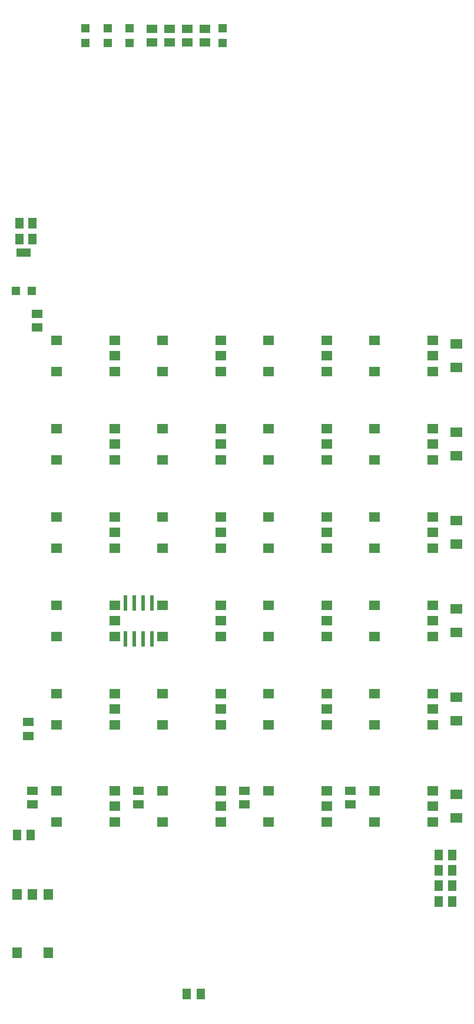
<source format=gtp>
G75*
%MOIN*%
%OFA0B0*%
%FSLAX25Y25*%
%IPPOS*%
%LPD*%
%AMOC8*
5,1,8,0,0,1.08239X$1,22.5*
%
%ADD10R,0.06299X0.05512*%
%ADD11R,0.07087X0.05512*%
%ADD12R,0.04724X0.04724*%
%ADD13R,0.05118X0.06299*%
%ADD14R,0.06299X0.05118*%
%ADD15R,0.02362X0.08661*%
%ADD16R,0.05512X0.06299*%
%ADD17R,0.05118X0.05118*%
%ADD18R,0.07874X0.05118*%
D10*
X0135393Y0110042D03*
X0135393Y0127758D03*
X0135393Y0165042D03*
X0135393Y0182758D03*
X0135393Y0215042D03*
X0135393Y0232758D03*
X0135393Y0265042D03*
X0135393Y0282758D03*
X0135393Y0315042D03*
X0135393Y0332758D03*
X0135393Y0365042D03*
X0135393Y0382758D03*
X0168464Y0382758D03*
X0168464Y0373900D03*
X0168464Y0365042D03*
X0168464Y0332758D03*
X0168464Y0323900D03*
X0168464Y0315042D03*
X0168464Y0282758D03*
X0168464Y0273900D03*
X0168464Y0265042D03*
X0168464Y0232758D03*
X0168464Y0223900D03*
X0168464Y0215042D03*
X0168464Y0182758D03*
X0168464Y0173900D03*
X0168464Y0165042D03*
X0168464Y0127758D03*
X0168464Y0118900D03*
X0168464Y0110042D03*
X0195393Y0110042D03*
X0195393Y0127758D03*
X0195393Y0165042D03*
X0195393Y0182758D03*
X0195393Y0215042D03*
X0195393Y0232758D03*
X0195393Y0265042D03*
X0195393Y0282758D03*
X0195393Y0315042D03*
X0195393Y0332758D03*
X0195393Y0365042D03*
X0195393Y0382758D03*
X0228464Y0382758D03*
X0228464Y0373900D03*
X0228464Y0365042D03*
X0228464Y0332758D03*
X0228464Y0323900D03*
X0228464Y0315042D03*
X0228464Y0282758D03*
X0228464Y0273900D03*
X0228464Y0265042D03*
X0228464Y0232758D03*
X0228464Y0223900D03*
X0228464Y0215042D03*
X0228464Y0182758D03*
X0228464Y0173900D03*
X0228464Y0165042D03*
X0228464Y0127758D03*
X0228464Y0118900D03*
X0228464Y0110042D03*
X0255393Y0110042D03*
X0255393Y0127758D03*
X0255393Y0165042D03*
X0255393Y0182758D03*
X0255393Y0215042D03*
X0255393Y0232758D03*
X0255393Y0265042D03*
X0255393Y0282758D03*
X0255393Y0315042D03*
X0255393Y0332758D03*
X0255393Y0365042D03*
X0255393Y0382758D03*
X0288464Y0382758D03*
X0288464Y0373900D03*
X0288464Y0365042D03*
X0288464Y0332758D03*
X0288464Y0323900D03*
X0288464Y0315042D03*
X0288464Y0282758D03*
X0288464Y0273900D03*
X0288464Y0265042D03*
X0288464Y0232758D03*
X0288464Y0223900D03*
X0288464Y0215042D03*
X0288464Y0182758D03*
X0288464Y0173900D03*
X0288464Y0165042D03*
X0288464Y0127758D03*
X0288464Y0118900D03*
X0288464Y0110042D03*
X0315393Y0110042D03*
X0315393Y0127758D03*
X0315393Y0165042D03*
X0315393Y0182758D03*
X0315393Y0215042D03*
X0315393Y0232758D03*
X0315393Y0265042D03*
X0315393Y0282758D03*
X0315393Y0315042D03*
X0315393Y0332758D03*
X0315393Y0365042D03*
X0315393Y0382758D03*
X0348464Y0382758D03*
X0348464Y0373900D03*
X0348464Y0365042D03*
X0348464Y0332758D03*
X0348464Y0323900D03*
X0348464Y0315042D03*
X0348464Y0282758D03*
X0348464Y0273900D03*
X0348464Y0265042D03*
X0348464Y0232758D03*
X0348464Y0223900D03*
X0348464Y0215042D03*
X0348464Y0182758D03*
X0348464Y0173900D03*
X0348464Y0165042D03*
X0348464Y0127758D03*
X0348464Y0118900D03*
X0348464Y0110042D03*
D11*
X0361928Y0112207D03*
X0361928Y0125593D03*
X0361928Y0167207D03*
X0361928Y0180593D03*
X0361928Y0217207D03*
X0361928Y0230593D03*
X0361928Y0267207D03*
X0361928Y0280593D03*
X0361928Y0317207D03*
X0361928Y0330593D03*
X0361928Y0367207D03*
X0361928Y0380593D03*
D12*
X0229428Y0551016D03*
X0229428Y0559284D03*
X0176928Y0559284D03*
X0176928Y0551016D03*
X0164428Y0551016D03*
X0164428Y0559284D03*
X0151928Y0559284D03*
X0151928Y0551016D03*
D13*
X0121919Y0448900D03*
X0114438Y0448900D03*
X0114438Y0440150D03*
X0121919Y0440150D03*
X0120865Y0102650D03*
X0112991Y0102650D03*
X0209241Y0012650D03*
X0217115Y0012650D03*
X0351938Y0065150D03*
X0351938Y0073900D03*
X0359419Y0073900D03*
X0359419Y0065150D03*
X0359419Y0082650D03*
X0359419Y0091400D03*
X0351938Y0091400D03*
X0351938Y0082650D03*
D14*
X0301928Y0120160D03*
X0301928Y0127640D03*
X0241928Y0127640D03*
X0241928Y0120160D03*
X0181928Y0120160D03*
X0181928Y0127640D03*
X0121928Y0127640D03*
X0121928Y0120160D03*
X0119428Y0158713D03*
X0119428Y0166587D03*
X0124428Y0389963D03*
X0124428Y0397837D03*
X0189428Y0551410D03*
X0189428Y0558890D03*
X0199428Y0558890D03*
X0199428Y0551410D03*
X0209428Y0551410D03*
X0209428Y0558890D03*
X0219428Y0558890D03*
X0219428Y0551410D03*
D15*
X0189428Y0234136D03*
X0184428Y0234136D03*
X0179428Y0234136D03*
X0174428Y0234136D03*
X0174428Y0213664D03*
X0179428Y0213664D03*
X0184428Y0213664D03*
X0189428Y0213664D03*
D16*
X0113070Y0036115D03*
X0130787Y0036115D03*
X0130787Y0069185D03*
X0121928Y0069185D03*
X0113070Y0069185D03*
D17*
X0112401Y0410573D03*
X0121456Y0410573D03*
D18*
X0116928Y0432227D03*
M02*

</source>
